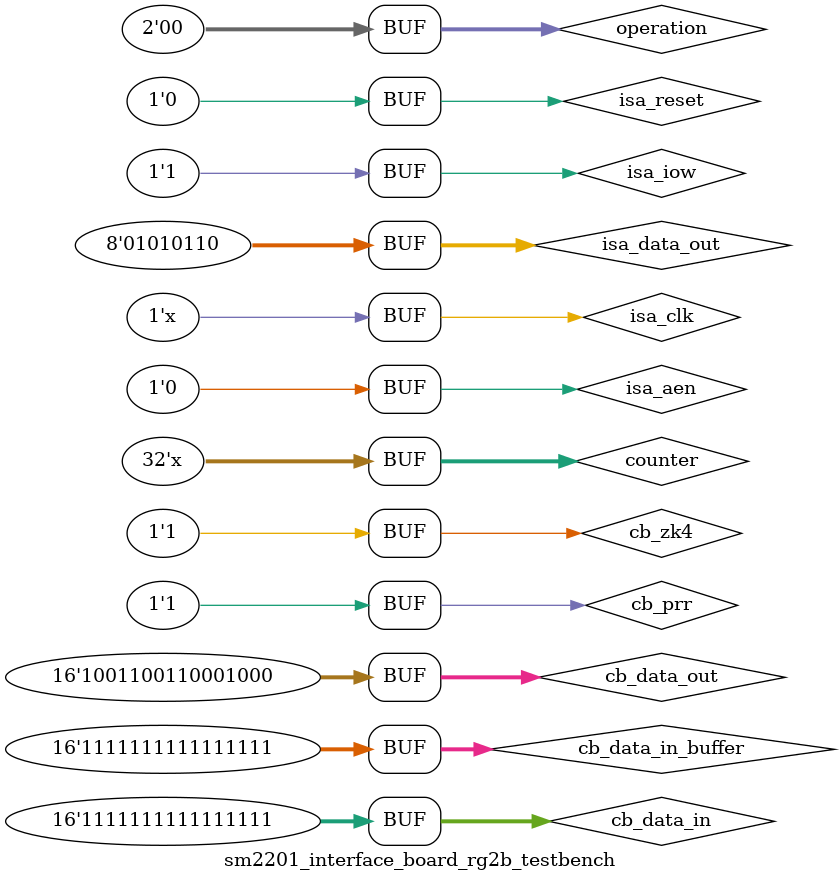
<source format=v>
`timescale 1ns / 1ps


module sm2201_interface_board_rg2b_testbench;

    // isa input signals
    reg isa_clk;
    reg isa_ior;
    reg isa_iow;
    reg isa_reset;
    reg isa_ale;
    reg isa_aen;
    wire q_r_debug;

    reg [9:0] isa_addr;
    wire [7:0] isa_data;
    reg [31:0] counter;
    reg [1:0] operation;        // 0 - read, 1 - write
    reg [31:0] state;
    wire cb_b_b1;

    // isa output signals
    wire [7:0] isa_irq;
    wire isa_chrdy;

    // CAMAC input signals
    reg cb_prr;
    reg cb_zk4;
    wire [15:0] cb_data;
    reg [15:0] cb_data_out;
    wire [15:0] cb_data_in;
    reg [15:0] cb_data_in_buffer;
    wire [11:0] cb_addr;
    reg [7:0] isa_data_out;
    wire [7:0] isa_data_in;
    reg [7:0] isa_data_in_buffer;

    assign cb_data = /*cb_b_b1*/ isa_ior == 1'b1 ? cb_data_out : cb_data_in;
    assign cb_data_in = cb_data_in_buffer;
    //16'b0000000000000000; //
    assign isa_data = q_r_debug == 1'b0 ? isa_data_in : isa_data_out;
    //assign isa_data_in = isa_data_in_buffer;


    localparam reg[31:0] WRITE_ADDR_INT_REG_READY = 0;
    localparam reg[31:0] WRITE_ADDR_INT_REG_SEND = 1;

    // Instantiate the Unit Under Test (UUT)
    sm2201_interface_board
    uut (
        // isa inputs
        .isa_clk(isa_clk), 
        .isa_reset(isa_reset), 
        .isa_ior(isa_ior), 
        .isa_iow(isa_iow), 
        .isa_addr(isa_addr),
        .isa_data(isa_data_in),
        .isa_ale(isa_ale),
        .isa_aen(isa_aen),
        // isa outputs
        .isa_chrdy(isa_chrdy),
        // debug
        .q_r_debug(q_r_debug),
        // CAMAC inputs
        .cb_prr(cb_prr),
        .cb_zk4(cb_zk4),
        .cb_cx1(cb_cx1),
        .cb_data(cb_data_in),
        .cb_addr(cb_addr),
        .cb_b_b1(cb_b_b1)
    );

    initial 
    begin
        // initial ISA
        isa_reset <= 0;
        isa_clk <= 0;
        isa_ior <= 1;
        isa_iow <= 1;
        isa_addr <= 34;
        isa_ale <= 0;
        isa_aen <= 0;
        // initial CAMAC
        cb_prr <= 1;
        cb_zk4 <= 1;
        isa_data_out <= 8'b01010110;
        cb_data_out <= 16'b1001100110001000;
        cb_data_in_buffer <= 16'b1111111111111111;
        //isa_data_in_buffer <= 8'b00000000;
        counter <= 0;
        operation <= 0;
    end
    
    // we are model ISA logic
    always
    begin
        #75 isa_clk <= ~isa_clk; 
        #150 counter <= counter + 1;
        if (counter == 100)
        begin
            isa_addr <= 262; // 106h
            isa_ale <= 1'b1;
        end
        if (counter == 110)
            isa_ale <= 1'b0;
        if (counter == 120)
            isa_ior <= 1'b0;
        if (counter == 200)
            isa_ior <= 1'b1;
    end
endmodule

</source>
